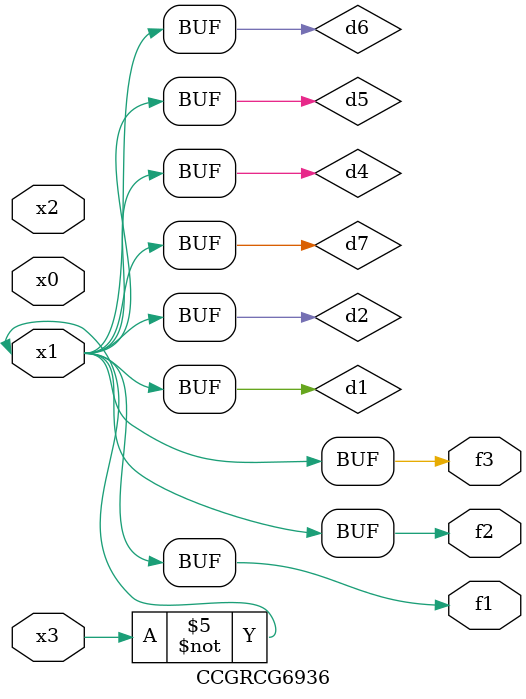
<source format=v>
module CCGRCG6936(
	input x0, x1, x2, x3,
	output f1, f2, f3
);

	wire d1, d2, d3, d4, d5, d6, d7;

	not (d1, x3);
	buf (d2, x1);
	xnor (d3, d1, d2);
	nor (d4, d1);
	buf (d5, d1, d2);
	buf (d6, d4, d5);
	nand (d7, d4);
	assign f1 = d6;
	assign f2 = d7;
	assign f3 = d6;
endmodule

</source>
